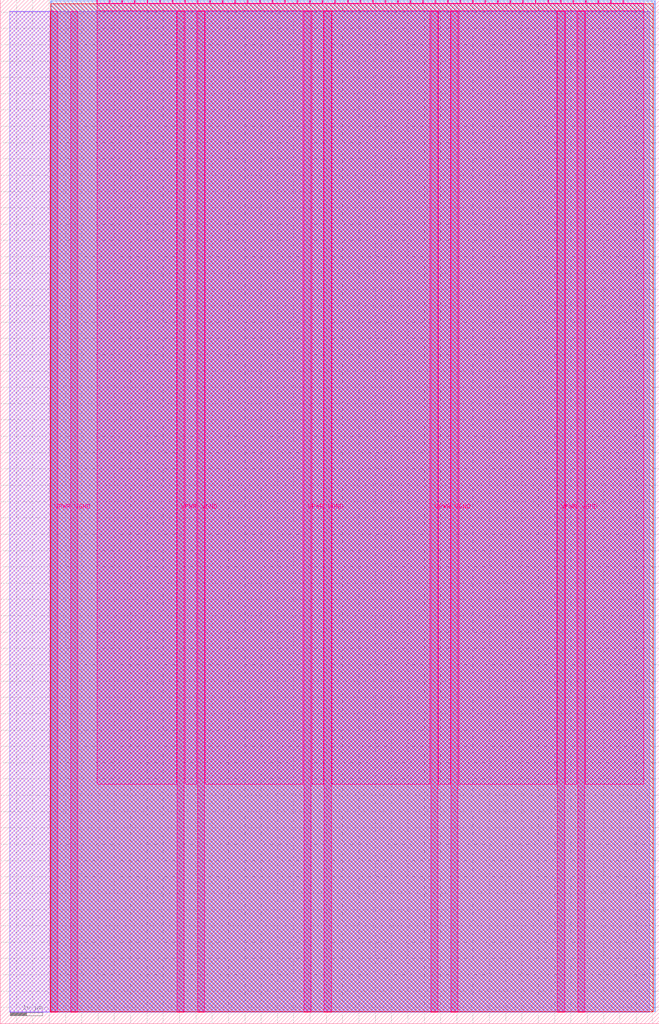
<source format=lef>
VERSION 5.7 ;
  NOWIREEXTENSIONATPIN ON ;
  DIVIDERCHAR "/" ;
  BUSBITCHARS "[]" ;
MACRO tt_um_purdue_socet_uart
  CLASS BLOCK ;
  FOREIGN tt_um_purdue_socet_uart ;
  ORIGIN 0.000 0.000 ;
  SIZE 202.080 BY 313.740 ;
  PIN VGND
    DIRECTION INOUT ;
    USE GROUND ;
    PORT
      LAYER Metal5 ;
        RECT 21.580 3.560 23.780 310.180 ;
    END
    PORT
      LAYER Metal5 ;
        RECT 60.450 3.560 62.650 310.180 ;
    END
    PORT
      LAYER Metal5 ;
        RECT 99.320 3.560 101.520 310.180 ;
    END
    PORT
      LAYER Metal5 ;
        RECT 138.190 3.560 140.390 310.180 ;
    END
    PORT
      LAYER Metal5 ;
        RECT 177.060 3.560 179.260 310.180 ;
    END
  END VGND
  PIN VPWR
    DIRECTION INOUT ;
    USE POWER ;
    PORT
      LAYER Metal5 ;
        RECT 15.380 3.560 17.580 310.180 ;
    END
    PORT
      LAYER Metal5 ;
        RECT 54.250 3.560 56.450 310.180 ;
    END
    PORT
      LAYER Metal5 ;
        RECT 93.120 3.560 95.320 310.180 ;
    END
    PORT
      LAYER Metal5 ;
        RECT 131.990 3.560 134.190 310.180 ;
    END
    PORT
      LAYER Metal5 ;
        RECT 170.860 3.560 173.060 310.180 ;
    END
  END VPWR
  PIN clk
    DIRECTION INPUT ;
    USE SIGNAL ;
    ANTENNAGATEAREA 0.213200 ;
    PORT
      LAYER Metal5 ;
        RECT 187.050 312.740 187.350 313.740 ;
    END
  END clk
  PIN ena
    DIRECTION INPUT ;
    USE SIGNAL ;
    PORT
      LAYER Metal5 ;
        RECT 190.890 312.740 191.190 313.740 ;
    END
  END ena
  PIN rst_n
    DIRECTION INPUT ;
    USE SIGNAL ;
    ANTENNAGATEAREA 0.213200 ;
    PORT
      LAYER Metal5 ;
        RECT 183.210 312.740 183.510 313.740 ;
    END
  END rst_n
  PIN ui_in[0]
    DIRECTION INPUT ;
    USE SIGNAL ;
    ANTENNAGATEAREA 0.314600 ;
    PORT
      LAYER Metal5 ;
        RECT 179.370 312.740 179.670 313.740 ;
    END
  END ui_in[0]
  PIN ui_in[1]
    DIRECTION INPUT ;
    USE SIGNAL ;
    ANTENNAGATEAREA 0.180700 ;
    PORT
      LAYER Metal5 ;
        RECT 175.530 312.740 175.830 313.740 ;
    END
  END ui_in[1]
  PIN ui_in[2]
    DIRECTION INPUT ;
    USE SIGNAL ;
    ANTENNAGATEAREA 0.314600 ;
    PORT
      LAYER Metal5 ;
        RECT 171.690 312.740 171.990 313.740 ;
    END
  END ui_in[2]
  PIN ui_in[3]
    DIRECTION INPUT ;
    USE SIGNAL ;
    ANTENNAGATEAREA 0.314600 ;
    PORT
      LAYER Metal5 ;
        RECT 167.850 312.740 168.150 313.740 ;
    END
  END ui_in[3]
  PIN ui_in[4]
    DIRECTION INPUT ;
    USE SIGNAL ;
    ANTENNAGATEAREA 0.180700 ;
    PORT
      LAYER Metal5 ;
        RECT 164.010 312.740 164.310 313.740 ;
    END
  END ui_in[4]
  PIN ui_in[5]
    DIRECTION INPUT ;
    USE SIGNAL ;
    ANTENNAGATEAREA 0.180700 ;
    PORT
      LAYER Metal5 ;
        RECT 160.170 312.740 160.470 313.740 ;
    END
  END ui_in[5]
  PIN ui_in[6]
    DIRECTION INPUT ;
    USE SIGNAL ;
    PORT
      LAYER Metal5 ;
        RECT 156.330 312.740 156.630 313.740 ;
    END
  END ui_in[6]
  PIN ui_in[7]
    DIRECTION INPUT ;
    USE SIGNAL ;
    PORT
      LAYER Metal5 ;
        RECT 152.490 312.740 152.790 313.740 ;
    END
  END ui_in[7]
  PIN uio_in[0]
    DIRECTION INPUT ;
    USE SIGNAL ;
    ANTENNAGATEAREA 0.180700 ;
    PORT
      LAYER Metal5 ;
        RECT 148.650 312.740 148.950 313.740 ;
    END
  END uio_in[0]
  PIN uio_in[1]
    DIRECTION INPUT ;
    USE SIGNAL ;
    ANTENNAGATEAREA 0.180700 ;
    PORT
      LAYER Metal5 ;
        RECT 144.810 312.740 145.110 313.740 ;
    END
  END uio_in[1]
  PIN uio_in[2]
    DIRECTION INPUT ;
    USE SIGNAL ;
    ANTENNAGATEAREA 0.180700 ;
    PORT
      LAYER Metal5 ;
        RECT 140.970 312.740 141.270 313.740 ;
    END
  END uio_in[2]
  PIN uio_in[3]
    DIRECTION INPUT ;
    USE SIGNAL ;
    ANTENNAGATEAREA 0.180700 ;
    PORT
      LAYER Metal5 ;
        RECT 137.130 312.740 137.430 313.740 ;
    END
  END uio_in[3]
  PIN uio_in[4]
    DIRECTION INPUT ;
    USE SIGNAL ;
    ANTENNAGATEAREA 0.180700 ;
    PORT
      LAYER Metal5 ;
        RECT 133.290 312.740 133.590 313.740 ;
    END
  END uio_in[4]
  PIN uio_in[5]
    DIRECTION INPUT ;
    USE SIGNAL ;
    ANTENNAGATEAREA 0.180700 ;
    PORT
      LAYER Metal5 ;
        RECT 129.450 312.740 129.750 313.740 ;
    END
  END uio_in[5]
  PIN uio_in[6]
    DIRECTION INPUT ;
    USE SIGNAL ;
    ANTENNAGATEAREA 0.180700 ;
    PORT
      LAYER Metal5 ;
        RECT 125.610 312.740 125.910 313.740 ;
    END
  END uio_in[6]
  PIN uio_in[7]
    DIRECTION INPUT ;
    USE SIGNAL ;
    ANTENNAGATEAREA 0.180700 ;
    PORT
      LAYER Metal5 ;
        RECT 121.770 312.740 122.070 313.740 ;
    END
  END uio_in[7]
  PIN uio_oe[0]
    DIRECTION OUTPUT ;
    USE SIGNAL ;
    ANTENNADIFFAREA 0.654800 ;
    PORT
      LAYER Metal5 ;
        RECT 56.490 312.740 56.790 313.740 ;
    END
  END uio_oe[0]
  PIN uio_oe[1]
    DIRECTION OUTPUT ;
    USE SIGNAL ;
    ANTENNADIFFAREA 0.654800 ;
    PORT
      LAYER Metal5 ;
        RECT 52.650 312.740 52.950 313.740 ;
    END
  END uio_oe[1]
  PIN uio_oe[2]
    DIRECTION OUTPUT ;
    USE SIGNAL ;
    ANTENNADIFFAREA 0.654800 ;
    PORT
      LAYER Metal5 ;
        RECT 48.810 312.740 49.110 313.740 ;
    END
  END uio_oe[2]
  PIN uio_oe[3]
    DIRECTION OUTPUT ;
    USE SIGNAL ;
    ANTENNADIFFAREA 0.654800 ;
    PORT
      LAYER Metal5 ;
        RECT 44.970 312.740 45.270 313.740 ;
    END
  END uio_oe[3]
  PIN uio_oe[4]
    DIRECTION OUTPUT ;
    USE SIGNAL ;
    ANTENNADIFFAREA 0.654800 ;
    PORT
      LAYER Metal5 ;
        RECT 41.130 312.740 41.430 313.740 ;
    END
  END uio_oe[4]
  PIN uio_oe[5]
    DIRECTION OUTPUT ;
    USE SIGNAL ;
    ANTENNADIFFAREA 0.654800 ;
    PORT
      LAYER Metal5 ;
        RECT 37.290 312.740 37.590 313.740 ;
    END
  END uio_oe[5]
  PIN uio_oe[6]
    DIRECTION OUTPUT ;
    USE SIGNAL ;
    ANTENNADIFFAREA 0.654800 ;
    PORT
      LAYER Metal5 ;
        RECT 33.450 312.740 33.750 313.740 ;
    END
  END uio_oe[6]
  PIN uio_oe[7]
    DIRECTION OUTPUT ;
    USE SIGNAL ;
    ANTENNAGATEAREA 1.264900 ;
    ANTENNADIFFAREA 0.972800 ;
    PORT
      LAYER Metal5 ;
        RECT 29.610 312.740 29.910 313.740 ;
    END
  END uio_oe[7]
  PIN uio_out[0]
    DIRECTION OUTPUT ;
    USE SIGNAL ;
    ANTENNADIFFAREA 0.988000 ;
    PORT
      LAYER Metal5 ;
        RECT 87.210 312.740 87.510 313.740 ;
    END
  END uio_out[0]
  PIN uio_out[1]
    DIRECTION OUTPUT ;
    USE SIGNAL ;
    ANTENNADIFFAREA 0.972800 ;
    PORT
      LAYER Metal5 ;
        RECT 83.370 312.740 83.670 313.740 ;
    END
  END uio_out[1]
  PIN uio_out[2]
    DIRECTION OUTPUT ;
    USE SIGNAL ;
    ANTENNADIFFAREA 0.662000 ;
    PORT
      LAYER Metal5 ;
        RECT 79.530 312.740 79.830 313.740 ;
    END
  END uio_out[2]
  PIN uio_out[3]
    DIRECTION OUTPUT ;
    USE SIGNAL ;
    ANTENNADIFFAREA 0.988000 ;
    PORT
      LAYER Metal5 ;
        RECT 75.690 312.740 75.990 313.740 ;
    END
  END uio_out[3]
  PIN uio_out[4]
    DIRECTION OUTPUT ;
    USE SIGNAL ;
    ANTENNADIFFAREA 0.972800 ;
    PORT
      LAYER Metal5 ;
        RECT 71.850 312.740 72.150 313.740 ;
    END
  END uio_out[4]
  PIN uio_out[5]
    DIRECTION OUTPUT ;
    USE SIGNAL ;
    ANTENNADIFFAREA 0.972800 ;
    PORT
      LAYER Metal5 ;
        RECT 68.010 312.740 68.310 313.740 ;
    END
  END uio_out[5]
  PIN uio_out[6]
    DIRECTION OUTPUT ;
    USE SIGNAL ;
    ANTENNADIFFAREA 0.988000 ;
    PORT
      LAYER Metal5 ;
        RECT 64.170 312.740 64.470 313.740 ;
    END
  END uio_out[6]
  PIN uio_out[7]
    DIRECTION OUTPUT ;
    USE SIGNAL ;
    ANTENNADIFFAREA 0.662000 ;
    PORT
      LAYER Metal5 ;
        RECT 60.330 312.740 60.630 313.740 ;
    END
  END uio_out[7]
  PIN uo_out[0]
    DIRECTION OUTPUT ;
    USE SIGNAL ;
    ANTENNADIFFAREA 0.706800 ;
    PORT
      LAYER Metal5 ;
        RECT 117.930 312.740 118.230 313.740 ;
    END
  END uo_out[0]
  PIN uo_out[1]
    DIRECTION OUTPUT ;
    USE SIGNAL ;
    ANTENNADIFFAREA 0.706800 ;
    PORT
      LAYER Metal5 ;
        RECT 114.090 312.740 114.390 313.740 ;
    END
  END uo_out[1]
  PIN uo_out[2]
    DIRECTION OUTPUT ;
    USE SIGNAL ;
    ANTENNADIFFAREA 0.706800 ;
    PORT
      LAYER Metal5 ;
        RECT 110.250 312.740 110.550 313.740 ;
    END
  END uo_out[2]
  PIN uo_out[3]
    DIRECTION OUTPUT ;
    USE SIGNAL ;
    ANTENNADIFFAREA 0.654800 ;
    PORT
      LAYER Metal5 ;
        RECT 106.410 312.740 106.710 313.740 ;
    END
  END uo_out[3]
  PIN uo_out[4]
    DIRECTION OUTPUT ;
    USE SIGNAL ;
    ANTENNADIFFAREA 0.706800 ;
    PORT
      LAYER Metal5 ;
        RECT 102.570 312.740 102.870 313.740 ;
    END
  END uo_out[4]
  PIN uo_out[5]
    DIRECTION OUTPUT ;
    USE SIGNAL ;
    ANTENNADIFFAREA 0.299200 ;
    PORT
      LAYER Metal5 ;
        RECT 98.730 312.740 99.030 313.740 ;
    END
  END uo_out[5]
  PIN uo_out[6]
    DIRECTION OUTPUT ;
    USE SIGNAL ;
    ANTENNADIFFAREA 0.299200 ;
    PORT
      LAYER Metal5 ;
        RECT 94.890 312.740 95.190 313.740 ;
    END
  END uo_out[6]
  PIN uo_out[7]
    DIRECTION OUTPUT ;
    USE SIGNAL ;
    ANTENNADIFFAREA 0.299200 ;
    PORT
      LAYER Metal5 ;
        RECT 91.050 312.740 91.350 313.740 ;
    END
  END uo_out[7]
  OBS
      LAYER GatPoly ;
        RECT 2.880 3.630 199.200 310.110 ;
      LAYER Metal1 ;
        RECT 2.880 3.560 199.200 310.180 ;
      LAYER Metal2 ;
        RECT 15.515 3.680 200.785 313.420 ;
      LAYER Metal3 ;
        RECT 15.560 3.635 200.740 313.465 ;
      LAYER Metal4 ;
        RECT 15.515 3.680 200.305 312.580 ;
      LAYER Metal5 ;
        RECT 30.120 312.530 33.240 312.740 ;
        RECT 33.960 312.530 37.080 312.740 ;
        RECT 37.800 312.530 40.920 312.740 ;
        RECT 41.640 312.530 44.760 312.740 ;
        RECT 45.480 312.530 48.600 312.740 ;
        RECT 49.320 312.530 52.440 312.740 ;
        RECT 53.160 312.530 56.280 312.740 ;
        RECT 57.000 312.530 60.120 312.740 ;
        RECT 60.840 312.530 63.960 312.740 ;
        RECT 64.680 312.530 67.800 312.740 ;
        RECT 68.520 312.530 71.640 312.740 ;
        RECT 72.360 312.530 75.480 312.740 ;
        RECT 76.200 312.530 79.320 312.740 ;
        RECT 80.040 312.530 83.160 312.740 ;
        RECT 83.880 312.530 87.000 312.740 ;
        RECT 87.720 312.530 90.840 312.740 ;
        RECT 91.560 312.530 94.680 312.740 ;
        RECT 95.400 312.530 98.520 312.740 ;
        RECT 99.240 312.530 102.360 312.740 ;
        RECT 103.080 312.530 106.200 312.740 ;
        RECT 106.920 312.530 110.040 312.740 ;
        RECT 110.760 312.530 113.880 312.740 ;
        RECT 114.600 312.530 117.720 312.740 ;
        RECT 118.440 312.530 121.560 312.740 ;
        RECT 122.280 312.530 125.400 312.740 ;
        RECT 126.120 312.530 129.240 312.740 ;
        RECT 129.960 312.530 133.080 312.740 ;
        RECT 133.800 312.530 136.920 312.740 ;
        RECT 137.640 312.530 140.760 312.740 ;
        RECT 141.480 312.530 144.600 312.740 ;
        RECT 145.320 312.530 148.440 312.740 ;
        RECT 149.160 312.530 152.280 312.740 ;
        RECT 153.000 312.530 156.120 312.740 ;
        RECT 156.840 312.530 159.960 312.740 ;
        RECT 160.680 312.530 163.800 312.740 ;
        RECT 164.520 312.530 167.640 312.740 ;
        RECT 168.360 312.530 171.480 312.740 ;
        RECT 172.200 312.530 175.320 312.740 ;
        RECT 176.040 312.530 179.160 312.740 ;
        RECT 179.880 312.530 183.000 312.740 ;
        RECT 183.720 312.530 186.840 312.740 ;
        RECT 187.560 312.530 190.680 312.740 ;
        RECT 191.400 312.530 197.380 312.740 ;
        RECT 29.660 310.390 197.380 312.530 ;
        RECT 29.660 73.355 54.040 310.390 ;
        RECT 56.660 73.355 60.240 310.390 ;
        RECT 62.860 73.355 92.910 310.390 ;
        RECT 95.530 73.355 99.110 310.390 ;
        RECT 101.730 73.355 131.780 310.390 ;
        RECT 134.400 73.355 137.980 310.390 ;
        RECT 140.600 73.355 170.650 310.390 ;
        RECT 173.270 73.355 176.850 310.390 ;
        RECT 179.470 73.355 197.380 310.390 ;
  END
END tt_um_purdue_socet_uart
END LIBRARY


</source>
